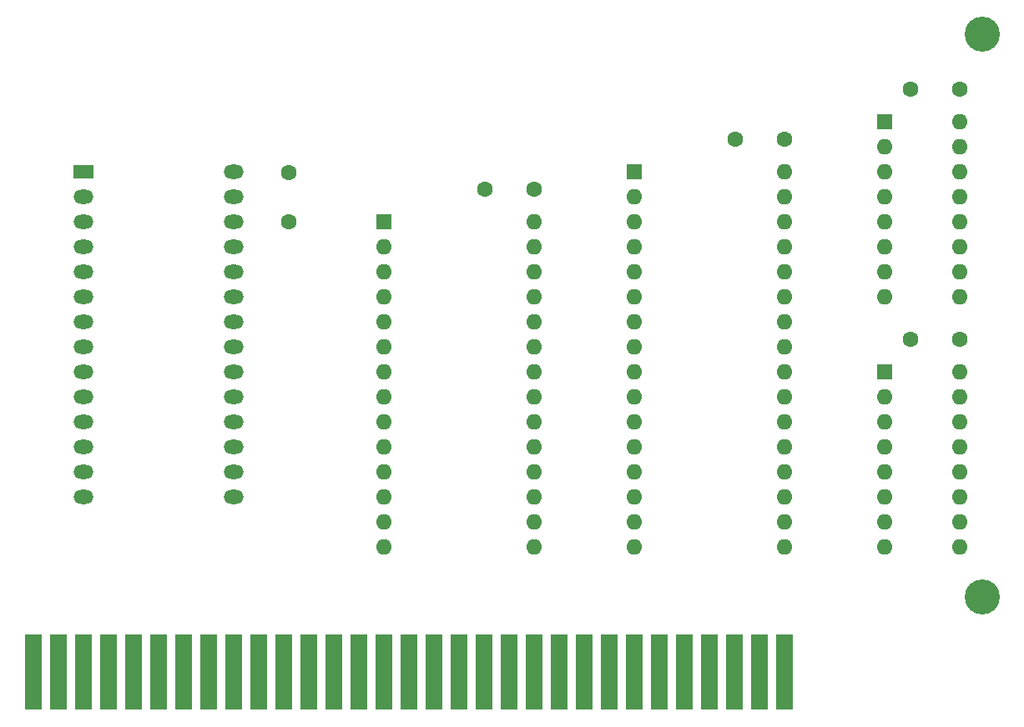
<source format=gbr>
G04 #@! TF.GenerationSoftware,KiCad,Pcbnew,(5.1.8)-1*
G04 #@! TF.CreationDate,2021-11-26T20:45:30-07:00*
G04 #@! TF.ProjectId,512k,3531326b-2e6b-4696-9361-645f70636258,rev?*
G04 #@! TF.SameCoordinates,Original*
G04 #@! TF.FileFunction,Soldermask,Top*
G04 #@! TF.FilePolarity,Negative*
%FSLAX46Y46*%
G04 Gerber Fmt 4.6, Leading zero omitted, Abs format (unit mm)*
G04 Created by KiCad (PCBNEW (5.1.8)-1) date 2021-11-26 20:45:30*
%MOMM*%
%LPD*%
G01*
G04 APERTURE LIST*
%ADD10C,3.556000*%
%ADD11O,1.600000X1.600000*%
%ADD12R,1.600000X1.600000*%
%ADD13C,1.600000*%
%ADD14O,2.000000X1.440000*%
%ADD15R,2.000000X1.440000*%
%ADD16R,1.780000X7.620000*%
G04 APERTURE END LIST*
D10*
G04 #@! TO.C,R*
X181602380Y-122148600D03*
G04 #@! TD*
G04 #@! TO.C,R*
X181602380Y-64998600D03*
G04 #@! TD*
D11*
G04 #@! TO.C,U5*
X179316380Y-99288600D03*
X171696380Y-117068600D03*
X179316380Y-101828600D03*
X171696380Y-114528600D03*
X179316380Y-104368600D03*
X171696380Y-111988600D03*
X179316380Y-106908600D03*
X171696380Y-109448600D03*
X179316380Y-109448600D03*
X171696380Y-106908600D03*
X179316380Y-111988600D03*
X171696380Y-104368600D03*
X179316380Y-114528600D03*
X171696380Y-101828600D03*
X179316380Y-117068600D03*
D12*
X171696380Y-99288600D03*
G04 #@! TD*
D11*
G04 #@! TO.C,U4*
X179316380Y-73888600D03*
X171696380Y-91668600D03*
X179316380Y-76428600D03*
X171696380Y-89128600D03*
X179316380Y-78968600D03*
X171696380Y-86588600D03*
X179316380Y-81508600D03*
X171696380Y-84048600D03*
X179316380Y-84048600D03*
X171696380Y-81508600D03*
X179316380Y-86588600D03*
X171696380Y-78968600D03*
X179316380Y-89128600D03*
X171696380Y-76428600D03*
X179316380Y-91668600D03*
D12*
X171696380Y-73888600D03*
G04 #@! TD*
D13*
G04 #@! TO.C,C5*
X179316380Y-95986600D03*
X174316380Y-95986600D03*
G04 #@! TD*
G04 #@! TO.C,C4*
X179316380Y-70586600D03*
X174316380Y-70586600D03*
G04 #@! TD*
G04 #@! TO.C,C3*
X161536380Y-75666600D03*
X156536380Y-75666600D03*
G04 #@! TD*
G04 #@! TO.C,C2*
X136136380Y-80746600D03*
X131136380Y-80746600D03*
G04 #@! TD*
D14*
G04 #@! TO.C,U2*
X105656380Y-111988600D03*
X90416380Y-111988600D03*
X105656380Y-109448600D03*
X90416380Y-109448600D03*
X105656380Y-106908600D03*
X90416380Y-106908600D03*
X105656380Y-104368600D03*
X90416380Y-104368600D03*
X105656380Y-101828600D03*
X90416380Y-101828600D03*
X105656380Y-99288600D03*
X90416380Y-99288600D03*
X105656380Y-96748600D03*
X90416380Y-96748600D03*
X105656380Y-94208600D03*
X90416380Y-94208600D03*
X105656380Y-91668600D03*
X90416380Y-91668600D03*
X105656380Y-89128600D03*
X90416380Y-89128600D03*
X105656380Y-86588600D03*
X90416380Y-86588600D03*
X105656380Y-84048600D03*
X90416380Y-84048600D03*
X105656380Y-81508600D03*
X90416380Y-81508600D03*
X105656380Y-78968600D03*
D15*
X90416380Y-78968600D03*
G04 #@! TD*
D11*
G04 #@! TO.C,U1*
X136136380Y-84048600D03*
X120896380Y-117068600D03*
X136136380Y-86588600D03*
X120896380Y-114528600D03*
X136136380Y-89128600D03*
X120896380Y-111988600D03*
X136136380Y-91668600D03*
X120896380Y-109448600D03*
X136136380Y-94208600D03*
X120896380Y-106908600D03*
X136136380Y-96748600D03*
X120896380Y-104368600D03*
X136136380Y-99288600D03*
X120896380Y-101828600D03*
X136136380Y-101828600D03*
X120896380Y-99288600D03*
X136136380Y-104368600D03*
X120896380Y-96748600D03*
X136136380Y-106908600D03*
X120896380Y-94208600D03*
X136136380Y-109448600D03*
X120896380Y-91668600D03*
X136136380Y-111988600D03*
X120896380Y-89128600D03*
X136136380Y-114528600D03*
X120896380Y-86588600D03*
X136136380Y-117068600D03*
D12*
X120896380Y-84048600D03*
G04 #@! TD*
D16*
G04 #@! TO.C,J9*
X85336380Y-129768600D03*
X87876380Y-129768600D03*
X90416380Y-129768600D03*
X92956380Y-129768600D03*
X95496380Y-129768600D03*
X98036380Y-129768600D03*
X100576380Y-129768600D03*
X103116380Y-129768600D03*
X105656380Y-129768600D03*
X108196380Y-129768600D03*
X110736380Y-129768600D03*
X113276380Y-129768600D03*
X115816380Y-129768600D03*
X118356380Y-129768600D03*
X120896380Y-129768600D03*
X123436380Y-129768600D03*
X125976380Y-129768600D03*
X128516380Y-129768600D03*
X131056380Y-129768600D03*
X133596380Y-129768600D03*
X136136380Y-129768600D03*
X138676380Y-129768600D03*
X141216380Y-129768600D03*
X143756380Y-129768600D03*
X146296380Y-129768600D03*
X148836380Y-129768600D03*
X151376380Y-129768600D03*
X153916380Y-129768600D03*
X156456380Y-129768600D03*
X158996380Y-129768600D03*
X161536380Y-129768600D03*
G04 #@! TD*
D13*
G04 #@! TO.C,C1*
X111244380Y-79048600D03*
X111244380Y-84048600D03*
G04 #@! TD*
D11*
G04 #@! TO.C,U3*
X161536380Y-78968600D03*
X146296380Y-117068600D03*
X161536380Y-81508600D03*
X146296380Y-114528600D03*
X161536380Y-84048600D03*
X146296380Y-111988600D03*
X161536380Y-86588600D03*
X146296380Y-109448600D03*
X161536380Y-89128600D03*
X146296380Y-106908600D03*
X161536380Y-91668600D03*
X146296380Y-104368600D03*
X161536380Y-94208600D03*
X146296380Y-101828600D03*
X161536380Y-96748600D03*
X146296380Y-99288600D03*
X161536380Y-99288600D03*
X146296380Y-96748600D03*
X161536380Y-101828600D03*
X146296380Y-94208600D03*
X161536380Y-104368600D03*
X146296380Y-91668600D03*
X161536380Y-106908600D03*
X146296380Y-89128600D03*
X161536380Y-109448600D03*
X146296380Y-86588600D03*
X161536380Y-111988600D03*
X146296380Y-84048600D03*
X161536380Y-114528600D03*
X146296380Y-81508600D03*
X161536380Y-117068600D03*
D12*
X146296380Y-78968600D03*
G04 #@! TD*
M02*

</source>
